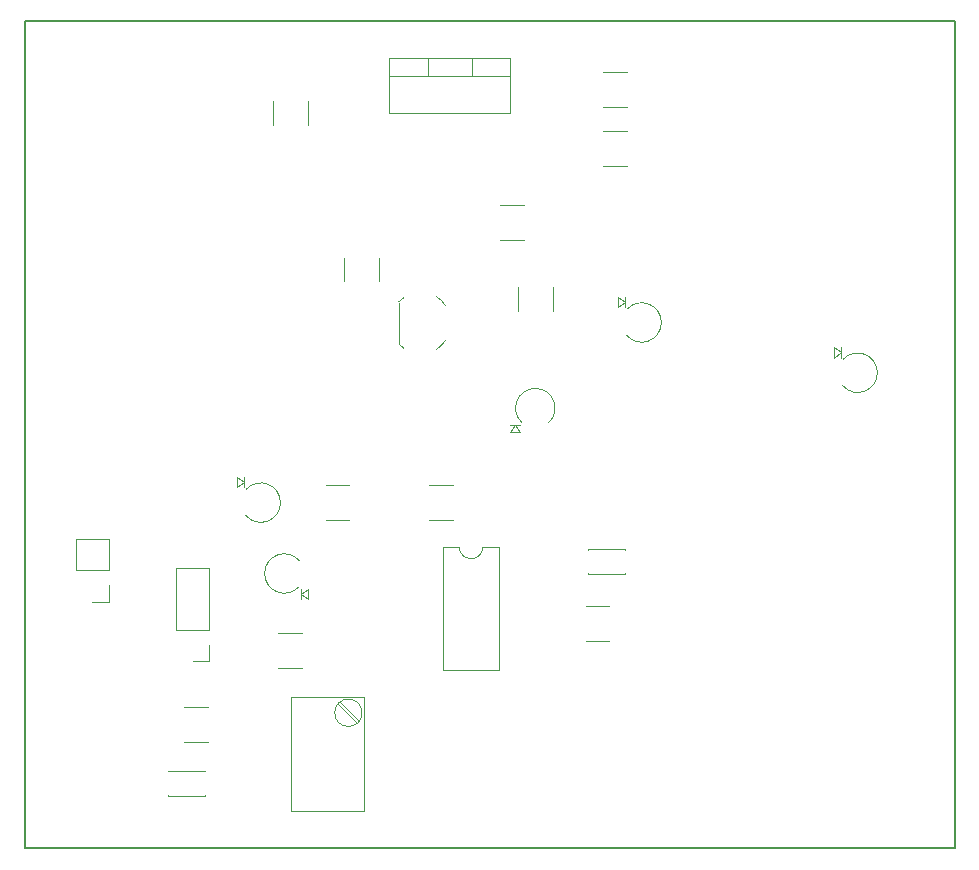
<source format=gbr>
G04 #@! TF.GenerationSoftware,KiCad,Pcbnew,no-vcs-found-be10de8~57~ubuntu16.10.1*
G04 #@! TF.CreationDate,2017-03-16T12:18:36+01:00*
G04 #@! TF.ProjectId,alimentatore,616C696D656E7461746F72652E6B6963,rev?*
G04 #@! TF.FileFunction,Legend,Top*
G04 #@! TF.FilePolarity,Positive*
%FSLAX46Y46*%
G04 Gerber Fmt 4.6, Leading zero omitted, Abs format (unit mm)*
G04 Created by KiCad (PCBNEW no-vcs-found-be10de8~57~ubuntu16.10.1) date Thu Mar 16 12:18:36 2017*
%MOMM*%
%LPD*%
G01*
G04 APERTURE LIST*
%ADD10C,0.100000*%
%ADD11C,0.200000*%
%ADD12C,0.120000*%
G04 APERTURE END LIST*
D10*
D11*
X73000000Y63250000D02*
X-5750000Y63250000D01*
X73000000Y-6750000D02*
X73000000Y63250000D01*
X-5750000Y-6750000D02*
X73000000Y-6750000D01*
X-5750000Y63250000D02*
X-5750000Y-6750000D01*
D12*
X1390000Y14110000D02*
X0Y14110000D01*
X1390000Y15500000D02*
X1390000Y14110000D01*
X-1390000Y16770000D02*
X1390000Y16770000D01*
X-1390000Y19430000D02*
X-1390000Y16770000D01*
X1390000Y19430000D02*
X-1390000Y19430000D01*
X1390000Y16770000D02*
X1390000Y19430000D01*
X28500000Y23980000D02*
X30500000Y23980000D01*
X30500000Y21020000D02*
X28500000Y21020000D01*
X9890000Y9070000D02*
X8500000Y9070000D01*
X9890000Y10460000D02*
X9890000Y9070000D01*
X7110000Y11730000D02*
X9890000Y11730000D01*
X7110000Y16930000D02*
X7110000Y11730000D01*
X9890000Y16930000D02*
X7110000Y16930000D01*
X9890000Y11730000D02*
X9890000Y16930000D01*
X41940000Y18560000D02*
X45060000Y18560000D01*
X41940000Y16440000D02*
X45060000Y16440000D01*
X41940000Y18560000D02*
X41940000Y18496000D01*
X41940000Y16504000D02*
X41940000Y16440000D01*
X45060000Y18560000D02*
X45060000Y18496000D01*
X45060000Y16504000D02*
X45060000Y16440000D01*
X6440000Y-254000D02*
X6440000Y-190000D01*
X6440000Y-2310000D02*
X6440000Y-2246000D01*
X9560000Y-254000D02*
X9560000Y-190000D01*
X9560000Y-2310000D02*
X9560000Y-2246000D01*
X9560000Y-190000D02*
X6440000Y-190000D01*
X9560000Y-2310000D02*
X6440000Y-2310000D01*
X35331000Y28510333D02*
X35775500Y29103000D01*
X36220000Y28510333D02*
X35331000Y28510333D01*
X35775500Y29103000D02*
X36220000Y28510333D01*
X36220000Y29103000D02*
X35331000Y29103000D01*
X36366495Y29272600D02*
G75*
G02X38600000Y29242484I1133505J1227400D01*
G01*
X45272600Y38883505D02*
G75*
G02X45242484Y36650000I1227400J-1133505D01*
G01*
X45103000Y39030000D02*
X45103000Y39919000D01*
X45103000Y39474500D02*
X44510333Y39030000D01*
X44510333Y39030000D02*
X44510333Y39919000D01*
X44510333Y39919000D02*
X45103000Y39474500D01*
X12260333Y24669000D02*
X12853000Y24224500D01*
X12260333Y23780000D02*
X12260333Y24669000D01*
X12853000Y24224500D02*
X12260333Y23780000D01*
X12853000Y23780000D02*
X12853000Y24669000D01*
X13022600Y23633505D02*
G75*
G02X12992484Y21400000I1227400J-1133505D01*
G01*
X17477400Y15366495D02*
G75*
G02X17507516Y17600000I-1227400J1133505D01*
G01*
X17647000Y15220000D02*
X17647000Y14331000D01*
X17647000Y14775500D02*
X18239667Y15220000D01*
X18239667Y15220000D02*
X18239667Y14331000D01*
X18239667Y14331000D02*
X17647000Y14775500D01*
X62800333Y35669000D02*
X63393000Y35224500D01*
X62800333Y34780000D02*
X62800333Y35669000D01*
X63393000Y35224500D02*
X62800333Y34780000D01*
X63393000Y34780000D02*
X63393000Y35669000D01*
X63562600Y34633505D02*
G75*
G02X63532484Y32400000I1227400J-1133505D01*
G01*
X34430000Y18760000D02*
X33060000Y18760000D01*
X34430000Y8360000D02*
X34430000Y18760000D01*
X29690000Y8360000D02*
X34430000Y8360000D01*
X29690000Y18760000D02*
X29690000Y8360000D01*
X31060000Y18760000D02*
X29690000Y18760000D01*
X33060000Y18760000D02*
G75*
G02X31060000Y18760000I-1000000J0D01*
G01*
X20795000Y5441000D02*
X22405000Y3829000D01*
X20936000Y5581000D02*
X22546000Y3970000D01*
X16780000Y6035000D02*
X23000000Y6035000D01*
X16780000Y-3615000D02*
X23000000Y-3615000D01*
X23000000Y-3615000D02*
X23000000Y6035000D01*
X16780000Y-3615000D02*
X16780000Y6035000D01*
X22825000Y4705000D02*
G75*
G03X22825000Y4705000I-1155000J0D01*
G01*
X45250000Y56020000D02*
X43250000Y56020000D01*
X43250000Y58980000D02*
X45250000Y58980000D01*
X45250000Y51020000D02*
X43250000Y51020000D01*
X43250000Y53980000D02*
X45250000Y53980000D01*
X17750000Y8520000D02*
X15750000Y8520000D01*
X15750000Y11480000D02*
X17750000Y11480000D01*
X7750000Y5230000D02*
X9750000Y5230000D01*
X9750000Y2270000D02*
X7750000Y2270000D01*
X18230000Y56500000D02*
X18230000Y54500000D01*
X15270000Y54500000D02*
X15270000Y56500000D01*
X24230000Y43250000D02*
X24230000Y41250000D01*
X21270000Y41250000D02*
X21270000Y43250000D01*
X36500000Y44770000D02*
X34500000Y44770000D01*
X34500000Y47730000D02*
X36500000Y47730000D01*
X38980000Y40750000D02*
X38980000Y38750000D01*
X36020000Y38750000D02*
X36020000Y40750000D01*
X41750000Y13730000D02*
X43750000Y13730000D01*
X43750000Y10770000D02*
X41750000Y10770000D01*
X19750000Y23980000D02*
X21750000Y23980000D01*
X21750000Y21020000D02*
X19750000Y21020000D01*
X32101000Y60120000D02*
X32101000Y58610000D01*
X28400000Y60120000D02*
X28400000Y58610000D01*
X25130000Y58610000D02*
X35370000Y58610000D01*
X35370000Y60120000D02*
X35370000Y55479000D01*
X25130000Y60120000D02*
X25130000Y55479000D01*
X25130000Y55479000D02*
X35370000Y55479000D01*
X25130000Y60120000D02*
X35370000Y60120000D01*
X26375632Y35571377D02*
G75*
G02X25950000Y35910000I1274368J2038623D01*
G01*
X26375632Y39848623D02*
G75*
G03X25950000Y39510000I1274368J-2038623D01*
G01*
X29899913Y36259857D02*
G75*
G02X29100000Y35460000I-2049913J1250143D01*
G01*
X29899913Y39160143D02*
G75*
G03X29100000Y39960000I-2049913J-1250143D01*
G01*
X25950000Y39410000D02*
X25950000Y36010000D01*
M02*

</source>
